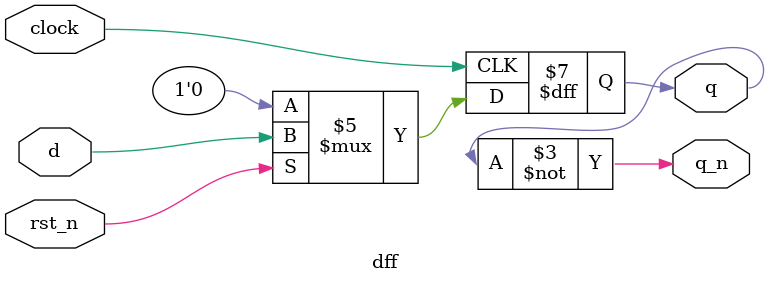
<source format=v>
module dff (
  input rst_n, clock,
  input d,
  output reg q,
  output q_n
);

  always @(posedge clock )
    if( !rst_n )
      q <= 0;
    else
      q <= d;

  assign q_n = ~q;

endmodule

</source>
